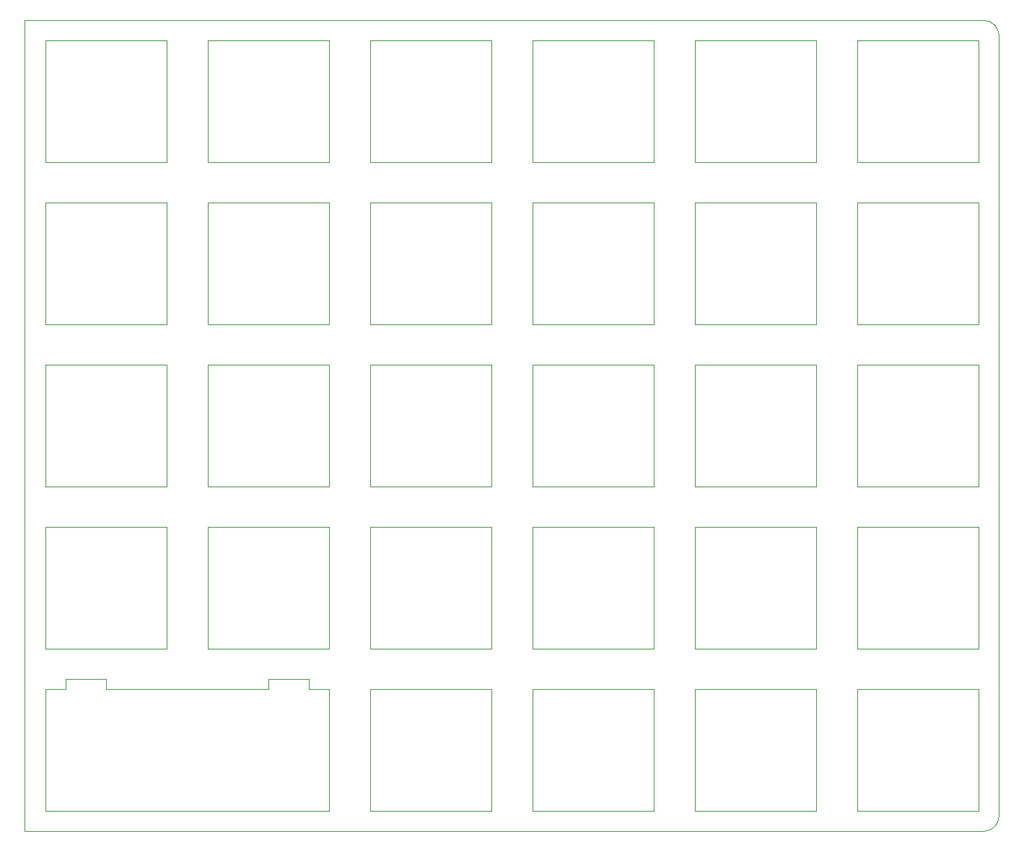
<source format=gm1>
G04 #@! TF.GenerationSoftware,KiCad,Pcbnew,5.1.10-88a1d61d58~90~ubuntu21.04.1*
G04 #@! TF.CreationDate,2021-08-14T22:36:03+02:00*
G04 #@! TF.ProjectId,plate,706c6174-652e-46b6-9963-61645f706362,rev?*
G04 #@! TF.SameCoordinates,Original*
G04 #@! TF.FileFunction,Profile,NP*
%FSLAX46Y46*%
G04 Gerber Fmt 4.6, Leading zero omitted, Abs format (unit mm)*
G04 Created by KiCad (PCBNEW 5.1.10-88a1d61d58~90~ubuntu21.04.1) date 2021-08-14 22:36:03*
%MOMM*%
%LPD*%
G01*
G04 APERTURE LIST*
G04 #@! TA.AperFunction,Profile*
%ADD10C,0.100000*%
G04 #@! TD*
G04 APERTURE END LIST*
D10*
X102393836Y-145256372D02*
X214907993Y-145256372D01*
X102393836Y-50006292D02*
X102393836Y-145256372D01*
X214907993Y-50006292D02*
X102393836Y-50006292D01*
X104775000Y-142875000D02*
X104775000Y-128587500D01*
X138112500Y-142875000D02*
X138112500Y-128587500D01*
X135731364Y-128587608D02*
X135731364Y-127396982D01*
X107156340Y-127396982D02*
X107156340Y-128587608D01*
X130968860Y-127396982D02*
X130968860Y-128587608D01*
X135731364Y-128587608D02*
X138112616Y-128587608D01*
X111918844Y-127396982D02*
X107156340Y-127396982D01*
X104775000Y-128587500D02*
X107156340Y-128587608D01*
X138112500Y-142875000D02*
X104775000Y-142875000D01*
X142875000Y-128587500D02*
X142875000Y-142875000D01*
X176212500Y-142875000D02*
X161925000Y-142875000D01*
X111918844Y-128587608D02*
X111918844Y-127396982D01*
X135731364Y-127396982D02*
X130968860Y-127396982D01*
X180975000Y-128587500D02*
X195262500Y-128587500D01*
X176212500Y-128587500D02*
X176212500Y-142875000D01*
X157162500Y-128587500D02*
X142875000Y-128587500D01*
X161925000Y-128587500D02*
X176212500Y-128587500D01*
X200025000Y-142875000D02*
X200025000Y-128587500D01*
X180975000Y-142875000D02*
X180975000Y-128587500D01*
X195262500Y-142875000D02*
X180975000Y-142875000D01*
X142875000Y-142875000D02*
X157162500Y-142875000D01*
X157162500Y-142875000D02*
X157162500Y-128587500D01*
X161925000Y-142875000D02*
X161925000Y-128587500D01*
X195262500Y-128587500D02*
X195262500Y-142875000D01*
X111918844Y-128587608D02*
X130968860Y-128587608D01*
X104775000Y-104775000D02*
X104775000Y-90487500D01*
X123825000Y-104775000D02*
X138112500Y-104775000D01*
X176212500Y-90487500D02*
X176212500Y-104775000D01*
X104775000Y-123825000D02*
X104775000Y-109537500D01*
X195262500Y-109537500D02*
X195262500Y-123825000D01*
X119062500Y-123825000D02*
X104775000Y-123825000D01*
X104775000Y-109537500D02*
X119062500Y-109537500D01*
X157162500Y-123825000D02*
X157162500Y-109537500D01*
X157162500Y-109537500D02*
X142875000Y-109537500D01*
X123825000Y-123825000D02*
X138112500Y-123825000D01*
X138112500Y-123825000D02*
X138112500Y-109537500D01*
X180975000Y-123825000D02*
X180975000Y-109537500D01*
X161925000Y-123825000D02*
X161925000Y-109537500D01*
X142875000Y-123825000D02*
X157162500Y-123825000D01*
X176212500Y-123825000D02*
X161925000Y-123825000D01*
X119062500Y-109537500D02*
X119062500Y-123825000D01*
X176212500Y-109537500D02*
X176212500Y-123825000D01*
X142875000Y-109537500D02*
X142875000Y-123825000D01*
X123825000Y-109537500D02*
X123825000Y-123825000D01*
X161925000Y-109537500D02*
X176212500Y-109537500D01*
X180975000Y-109537500D02*
X195262500Y-109537500D01*
X195262500Y-123825000D02*
X180975000Y-123825000D01*
X138112500Y-109537500D02*
X123825000Y-109537500D01*
X200025000Y-123825000D02*
X200025000Y-109537500D01*
X119062500Y-104775000D02*
X104775000Y-104775000D01*
X161925000Y-104775000D02*
X161925000Y-90487500D01*
X104775000Y-90487500D02*
X119062500Y-90487500D01*
X180975000Y-90487500D02*
X195262500Y-90487500D01*
X123825000Y-90487500D02*
X123825000Y-104775000D01*
X157162500Y-90487500D02*
X142875000Y-90487500D01*
X142875000Y-90487500D02*
X142875000Y-104775000D01*
X157162500Y-104775000D02*
X157162500Y-90487500D01*
X138112500Y-104775000D02*
X138112500Y-90487500D01*
X142875000Y-104775000D02*
X157162500Y-104775000D01*
X200025000Y-104775000D02*
X200025000Y-90487500D01*
X195262500Y-90487500D02*
X195262500Y-104775000D01*
X119062500Y-85725000D02*
X104775000Y-85725000D01*
X104775000Y-71437500D02*
X119062500Y-71437500D01*
X161925000Y-85725000D02*
X161925000Y-71437500D01*
X195262500Y-71437500D02*
X195262500Y-85725000D01*
X200025000Y-85725000D02*
X200025000Y-71437500D01*
X123825000Y-71437500D02*
X123825000Y-85725000D01*
X200025000Y-66675000D02*
X200025000Y-52387500D01*
X180975000Y-66675000D02*
X180975000Y-52387500D01*
X195262500Y-66675000D02*
X180975000Y-66675000D01*
X195262500Y-52387500D02*
X195262500Y-66675000D01*
X180975000Y-52387500D02*
X195262500Y-52387500D01*
X161925000Y-66675000D02*
X161925000Y-52387500D01*
X176212500Y-66675000D02*
X161925000Y-66675000D01*
X176212500Y-52387500D02*
X176212500Y-66675000D01*
X161925000Y-52387500D02*
X176212500Y-52387500D01*
X157162500Y-52387500D02*
X142875000Y-52387500D01*
X157162500Y-66675000D02*
X157162500Y-52387500D01*
X142875000Y-66675000D02*
X157162500Y-66675000D01*
X142875000Y-52387500D02*
X142875000Y-66675000D01*
X138112500Y-52387500D02*
X123825000Y-52387500D01*
X138112500Y-66675000D02*
X138112500Y-52387500D01*
X123825000Y-66675000D02*
X138112500Y-66675000D01*
X123825000Y-52387500D02*
X123825000Y-66675000D01*
X104775000Y-66675000D02*
X104775000Y-52387500D01*
X119062500Y-66675000D02*
X104775000Y-66675000D01*
X119062500Y-52387500D02*
X119062500Y-66675000D01*
X104775000Y-52387500D02*
X119062500Y-52387500D01*
X180975000Y-104775000D02*
X180975000Y-90487500D01*
X176212500Y-104775000D02*
X161925000Y-104775000D01*
X195262500Y-104775000D02*
X180975000Y-104775000D01*
X161925000Y-90487500D02*
X176212500Y-90487500D01*
X138112500Y-90487500D02*
X123825000Y-90487500D01*
X119062500Y-90487500D02*
X119062500Y-104775000D01*
X123825000Y-85725000D02*
X138112500Y-85725000D01*
X157162500Y-85725000D02*
X157162500Y-71437500D01*
X142875000Y-71437500D02*
X142875000Y-85725000D01*
X142875000Y-85725000D02*
X157162500Y-85725000D01*
X104775000Y-85725000D02*
X104775000Y-71437500D01*
X176212500Y-71437500D02*
X176212500Y-85725000D01*
X157162500Y-71437500D02*
X142875000Y-71437500D01*
X180975000Y-71437500D02*
X195262500Y-71437500D01*
X138112500Y-85725000D02*
X138112500Y-71437500D01*
X138112500Y-71437500D02*
X123825000Y-71437500D01*
X119062500Y-71437500D02*
X119062500Y-85725000D01*
X195262500Y-85725000D02*
X180975000Y-85725000D01*
X161925000Y-71437500D02*
X176212500Y-71437500D01*
X180975000Y-85725000D02*
X180975000Y-71437500D01*
X176212500Y-85725000D02*
X161925000Y-85725000D01*
X200025000Y-90487500D02*
X214312500Y-90487500D01*
X214312500Y-90487500D02*
X214312500Y-104775000D01*
X214312500Y-104775000D02*
X200025000Y-104775088D01*
X214312500Y-71437500D02*
X214312500Y-85725000D01*
X214312500Y-85725000D02*
X200025000Y-85725000D01*
X214312500Y-66675000D02*
X200025000Y-66675000D01*
X214312500Y-52387500D02*
X214312500Y-66675000D01*
X200025000Y-52387500D02*
X214312500Y-52387500D01*
X200025000Y-71437500D02*
X214312500Y-71437500D01*
X214312500Y-142875000D02*
X200025000Y-142875000D01*
X200025000Y-128587500D02*
X214312500Y-128587500D01*
X214312500Y-128587500D02*
X214312500Y-142875000D01*
X200025000Y-109537500D02*
X214312500Y-109537500D01*
X214312500Y-123825000D02*
X200025000Y-123825000D01*
X214312500Y-109537500D02*
X214312500Y-123825000D01*
X216693932Y-51792231D02*
X216693932Y-143470433D01*
X216693932Y-143470433D02*
G75*
G02*
X214907993Y-145256372I-1785939J0D01*
G01*
X214907993Y-50006292D02*
G75*
G02*
X216693932Y-51792231I0J-1785939D01*
G01*
M02*

</source>
